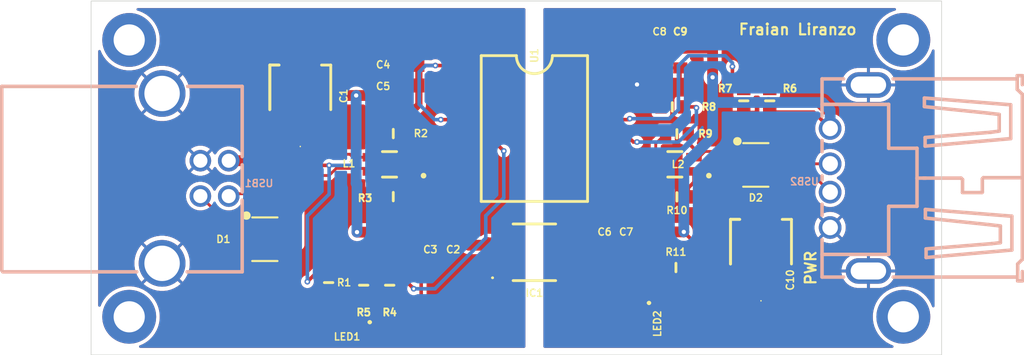
<source format=kicad_pcb>
(kicad_pcb (version 20241229) (generator "pcbnew") (generator_version "9.0")
  (layers (0 "F.Cu" signal) (2 "B.Cu" signal) (13 "F.Paste" user) (15 "B.Paste" user) (5 "F.SilkS" user "F.Silkscreen") (7 "B.SilkS" user "B.Silkscreen") (1 "F.Mask" user) (3 "B.Mask" user) (25 "Edge.Cuts" user))
  (net 0 "")
  (net 1 "GND")
  (net 2 "/D1+")
  (net 3 "/D1-")
  (net 4 "+5V")
  (net 5 "GND1")
  (net 6 "/D+")
  (net 7 "/D5+")
  (net 8 "Net-(U1-SPU)")
  (net 9 "Net-(U1-SPD)")
  (net 10 "VCC")
  (net 11 "/D-")
  (net 12 "/D4-")
  (net 13 "/D5-")
  (net 14 "/D4+")
  (net 15 "/D2+")
  (net 16 "/D2-")
  (net 17 "Net-(LED1-A)")
  (net 18 "Net-(U1-VDD2)")
  (net 19 "Net-(U1-PIN)")
  (net 20 "/D3-")
  (net 21 "/D3+")
  (net 22 "Net-(LED2-A)")
  (footprint "EasyEDA:SOT-23-6_L2.9-W1.6-P0.95-LS2.8-BL" (layer "F.Cu") (at 168.549 85.62425 -90)
    (property "Reference" "D2" (at 2.3195 -0.001 180) (layer "F.SilkS") (effects (font (size 0.508 0.508) (thickness 0.1016) (bold yes))))
    (property "Value" "USBLC6-2SC6")
    (pad "1" smd rect (at -0.95 1.15 270) (size 0.53 1.07) (layers "F.Cu" "F.Mask" "F.Paste") (net 12 "/D4-"))
    (pad "2" smd rect (at 0 1.15 270) (size 0.53 1.07) (layers "F.Cu" "F.Mask" "F.Paste") (net 5 "GND1"))
    (pad "3" smd rect (at 0.95 1.15 270) (size 0.53 1.07) (layers "F.Cu" "F.Mask" "F.Paste") (net 14 "/D4+"))
    (pad "4" smd rect (at 0.95 -1.15 270) (size 0.53 1.07) (layers "F.Cu" "F.Mask" "F.Paste") (net 7 "/D5+"))
    (pad "5" smd rect (at 0 -1.15 270) (size 0.53 1.07) (layers "F.Cu" "F.Mask" "F.Paste") (net 10 "VCC"))
    (pad "6" smd rect (at -0.95 -1.15 270) (size 0.53 1.07) (layers "F.Cu" "F.Mask" "F.Paste") (net 13 "/D5-"))
  )
  (footprint "Samacsys:RESC1608X55N" (layer "F.Cu") (at 162.9836 87.88155)
    (property "Reference" "R10" (at 0 0.9512 0) (layer "F.SilkS") (effects (font (size 0.508 0.508) (thickness 0.1016) (bold yes))))
    (property "Value" "1K" (hide yes))
    (pad "1" smd rect (at -0.8 0) (size 0.8 0.95) (layers "F.Cu" "F.Mask" "F.Paste") (net 21 "/D3+"))
    (pad "2" smd rect (at 0.8 0) (size 0.8 0.95) (layers "F.Cu" "F.Mask" "F.Paste") (net 14 "/D4+"))
  )
  (footprint "Samacsys:CAPC1608X90N" (layer "F.Cu") (at 163.2225 78.07225 -90)
    (property "Reference" "C9" (at -1.865 0 180) (layer "F.SilkS") (effects (font (size 0.508 0.508) (thickness 0.127) (bold yes))))
    (property "Value" ".1uF" (hide yes))
    (pad "1" smd rect (at -0.7 0 270) (size 0.78 0.99) (layers "F.Cu" "F.Mask" "F.Paste") (net 10 "VCC"))
    (pad "2" smd rect (at 0.7 0 270) (size 0.78 0.99) (layers "F.Cu" "F.Mask" "F.Paste") (net 5 "GND1"))
  )
  (footprint "" (layer "F.Cu") (at 124.346 96.35325)
    (property "Reference" "" (at 0 0 0) (layer "F.SilkS") (effects (font (size 1.27 1.27))))
    (property "Value" "")
    (pad "1" thru_hole circle (at 0 0) (size 3.8 3.8) (drill 2.2) (layers "*.Cu" "*.Mask"))
  )
  (footprint "Samacsys:CAPC1608X90N" (layer "F.Cu") (at 157.809 91.97925 -90)
    (property "Reference" "C6" (at -1.6225 -0.073 180) (layer "F.SilkS") (effects (font (size 0.508 0.508) (thickness 0.1016) (bold yes))))
    (property "Value" ".1uF" (hide yes))
    (pad "1" smd rect (at -0.7 0 270) (size 0.78 0.99) (layers "F.Cu" "F.Mask" "F.Paste") (net 10 "VCC"))
    (pad "2" smd rect (at 0.7 0 270) (size 0.78 0.99) (layers "F.Cu" "F.Mask" "F.Paste") (net 5 "GND1"))
  )
  (footprint "Samacsys:KSEELP4122P1R258A8J8020R18" (layer "F.Cu") (at 162.664 95.37225)
    (property "Reference" "LED2" (at -1.057 1.471 90) (layer "F.SilkS") (effects (font (size 0.508 0.508) (thickness 0.1016) (bold yes))))
    (property "Value" "RED" (hide yes))
    (pad "1" smd rect (at -0.75 0 90) (size 0.8 0.8) (layers "F.Cu" "F.Mask" "F.Paste") (net 5 "GND1"))
    (pad "2" smd rect (at 0.75 0 90) (size 0.8 0.8) (layers "F.Cu" "F.Mask" "F.Paste") (net 22 "Net-(LED2-A)"))
  )
  (footprint "Samacsys:CAPC1608X90N" (layer "F.Cu") (at 161.7625 78.07225 -90)
    (property "Reference" "C8" (at -1.865 0 180) (layer "F.SilkS") (effects (font (size 0.508 0.508) (thickness 0.1016) (bold yes))))
    (property "Value" ".1uF" (hide yes))
    (pad "1" smd rect (at -0.7 0 270) (size 0.78 0.99) (layers "F.Cu" "F.Mask" "F.Paste") (net 10 "VCC"))
    (pad "2" smd rect (at 0.7 0 270) (size 0.78 0.99) (layers "F.Cu" "F.Mask" "F.Paste") (net 5 "GND1"))
  )
  (footprint "Samacsys:RESC1608X55N" (layer "F.Cu") (at 162.9836 83.42655)
    (property "Reference" "R9" (at 2.0104 0 0) (layer "F.SilkS") (effects (font (size 0.508 0.508) (thickness 0.127) (bold yes))))
    (property "Value" "1K" (hide yes))
    (pad "1" smd rect (at -0.8 0) (size 0.8 0.95) (layers "F.Cu" "F.Mask" "F.Paste") (net 20 "/D3-"))
    (pad "2" smd rect (at 0.8 0) (size 0.8 0.95) (layers "F.Cu" "F.Mask" "F.Paste") (net 12 "/D4-"))
  )
  (footprint "Samacsys:RESC1608X55N" (layer "F.Cu") (at 138.414 93.93775 -90)
    (property "Reference" "R1" (at 0 -1.094 180) (layer "F.SilkS") (effects (font (size 0.508 0.508) (thickness 0.1016) (bold yes))))
    (property "Value" "1K" (hide yes))
    (pad "1" smd rect (at -0.8 0 270) (size 0.8 0.95) (layers "F.Cu" "F.Mask" "F.Paste") (net 4 "+5V"))
    (pad "2" smd rect (at 0.8 0 270) (size 0.8 0.95) (layers "F.Cu" "F.Mask" "F.Paste") (net 17 "Net-(LED1-A)"))
  )
  (footprint "Samacsys:CAPC1608X90N" (layer "F.Cu") (at 144.079 78.55425 180)
    (property "Reference" "C4" (at 1.818 0.0085 0) (layer "F.SilkS") (effects (font (size 0.508 0.508) (thickness 0.1016) (bold yes))))
    (property "Value" ".1uF" (hide yes))
    (pad "1" smd rect (at -0.7 0 180) (size 0.78 0.99) (layers "F.Cu" "F.Mask" "F.Paste") (net 4 "+5V"))
    (pad "2" smd rect (at 0.7 0 180) (size 0.78 0.99) (layers "F.Cu" "F.Mask" "F.Paste") (net 1 "GND"))
  )
  (footprint "Samacsys:CAPC1608X90N" (layer "F.Cu") (at 145.589 89.86225 90)
    (property "Reference" "C3" (at -1.7395 0 0) (layer "F.SilkS") (effects (font (size 0.508 0.508) (thickness 0.1016) (bold yes))))
    (property "Value" ".1uF" (hide yes))
    (pad "1" smd rect (at -0.7 0 90) (size 0.78 0.99) (layers "F.Cu" "F.Mask" "F.Paste") (net 4 "+5V"))
    (pad "2" smd rect (at 0.7 0 90) (size 0.78 0.99) (layers "F.Cu" "F.Mask" "F.Paste") (net 1 "GND"))
  )
  (footprint "Samacsys:CAPC1608X102N" (layer "F.Cu") (at 159.339 91.97925 -90)
    (property "Reference" "C7" (at -1.6225 -0.067 180) (layer "F.SilkS") (effects (font (size 0.508 0.508) (thickness 0.1016) (bold yes))))
    (property "Value" "10uF" (hide yes))
    (pad "1" smd rect (at -0.7 0 270) (size 0.82 1.02) (layers "F.Cu" "F.Mask" "F.Paste") (net 10 "VCC"))
    (pad "2" smd rect (at 0.7 0 270) (size 0.82 1.02) (layers "F.Cu" "F.Mask" "F.Paste") (net 5 "GND1"))
  )
  (footprint "Samacsys:EEE1AA220WR" (layer "F.Cu") (at 168.914 91.62225 90)
    (property "Reference" "C10" (at -2.133 2.061 90) (layer "F.SilkS") (effects (font (size 0.508 0.508) (thickness 0.1016) (bold yes))))
    (property "Value" "470uF/16v" (hide yes))
    (pad "1" smd rect (at -1.75 0 180) (size 1.6 2.5) (layers "F.Cu" "F.Mask" "F.Paste") (net 10 "VCC"))
    (pad "2" smd rect (at 1.75 0 180) (size 1.6 2.5) (layers "F.Cu" "F.Mask" "F.Paste") (net 5 "GND1"))
  )
  (footprint "Samacsys:EEE1AA220WR" (layer "F.Cu") (at 136.414 80.71925 90)
    (property "Reference" "C1" (at -0.034 3.0625 90) (layer "F.SilkS") (effects (font (size 0.508 0.508) (thickness 0.1016) (bold yes))))
    (property "Value" "470uF/16v" (hide yes))
    (pad "1" smd rect (at -1.75 0 180) (size 1.6 2.5) (layers "F.Cu" "F.Mask" "F.Paste") (net 4 "+5V"))
    (pad "2" smd rect (at 1.75 0 180) (size 1.6 2.5) (layers "F.Cu" "F.Mask" "F.Paste") (net 1 "GND"))
  )
  (footprint "Samacsys:RESC1608X55N" (layer "F.Cu") (at 142.7215 94.12225 -90)
    (property "Reference" "R4" (at 1.9215 0 0) (layer "F.SilkS") (effects (font (size 0.508 0.508) (thickness 0.127))))
    (property "Value" "0R" (hide yes))
    (pad "1" smd rect (at -0.8 0 270) (size 0.8 0.95) (layers "F.Cu" "F.Mask" "F.Paste") (net 8 "Net-(U1-SPU)"))
    (pad "2" smd rect (at 0.8 0 270) (size 0.8 0.95) (layers "F.Cu" "F.Mask" "F.Paste") (net 4 "+5V"))
  )
  (footprint "Samacsys:CAPC1608X102N" (layer "F.Cu") (at 147.234 89.87225 90)
    (property "Reference" "C2" (at -1.7295 -0.0315 0) (layer "F.SilkS") (effects (font (size 0.508 0.508) (thickness 0.1016) (bold yes))))
    (property "Value" "10uF" (hide yes))
    (pad "1" smd rect (at -0.7 0 90) (size 0.82 1.02) (layers "F.Cu" "F.Mask" "F.Paste") (net 4 "+5V"))
    (pad "2" smd rect (at 0.7 0 90) (size 0.82 1.02) (layers "F.Cu" "F.Mask" "F.Paste") (net 1 "GND"))
  )
  (footprint "Samacsys:RESC1608X55N" (layer "F.Cu") (at 142.974 87.86425)
    (property "Reference" "R3" (at -1.991 0.107 0) (layer "F.SilkS") (effects (font (size 0.508 0.508) (thickness 0.127) (bold yes))))
    (property "Value" "0R" (hide yes))
    (pad "1" smd rect (at -0.8 0) (size 0.8 0.95) (layers "F.Cu" "F.Mask" "F.Paste") (net 2 "/D1+"))
    (pad "2" smd rect (at 0.8 0) (size 0.8 0.95) (layers "F.Cu" "F.Mask" "F.Paste") (net 15 "/D2+"))
  )
  (footprint "Snapeda:WE-CNSW_1206_WE-CNSW_1206" (layer "F.Cu") (at 162.8386 85.58155 180)
    (property "Reference" "L2" (at -0.225 0 0) (layer "F.SilkS") (effects (font (size 0.508 0.508) (thickness 0.1016) (bold yes))))
    (property "Value" "WE-CNSW_1206")
    (pad "1" smd rect (at -1.35 -0.5 180) (size 1.1 0.6) (layers "F.Cu" "F.Mask" "F.Paste") (net 14 "/D4+"))
    (pad "2" smd rect (at 1.35 -0.5 180) (size 1.1 0.6) (layers "F.Cu" "F.Mask" "F.Paste") (net 21 "/D3+"))
    (pad "3" smd rect (at 1.35 0.5 180) (size 1.1 0.6) (layers "F.Cu" "F.Mask" "F.Paste") (net 20 "/D3-"))
    (pad "4" smd rect (at -1.35 0.5 180) (size 1.1 0.6) (layers "F.Cu" "F.Mask" "F.Paste") (net 12 "/D4-"))
  )
  (footprint "Samacsys:RESC1608X55N" (layer "F.Cu") (at 167.6965 81.09675 90)
    (property "Reference" "R7" (at 0.8725 -1.3135 180) (layer "F.SilkS") (effects (font (size 0.508 0.508) (thickness 0.127))))
    (property "Value" "0R" (hide yes))
    (pad "1" smd rect (at -0.8 0 90) (size 0.8 0.95) (layers "F.Cu" "F.Mask" "F.Paste") (net 5 "GND1"))
    (pad "2" smd rect (at 0.8 0 90) (size 0.8 0.95) (layers "F.Cu" "F.Mask" "F.Paste") (net 9 "Net-(U1-SPD)"))
  )
  (footprint "Samacsys:CAPC1608X90N" (layer "F.Cu") (at 144.079 80.01425 180)
    (property "Reference" "C5" (at 1.818 -0.0555 0) (layer "F.SilkS") (effects (font (size 0.508 0.508) (thickness 0.1016) (bold yes))))
    (property "Value" ".1uF" (hide yes))
    (pad "1" smd rect (at -0.7 0 180) (size 0.78 0.99) (layers "F.Cu" "F.Mask" "F.Paste") (net 4 "+5V"))
    (pad "2" smd rect (at 0.7 0 180) (size 0.78 0.99) (layers "F.Cu" "F.Mask" "F.Paste") (net 1 "GND"))
  )
  (footprint "Samacsys:RESC1608X55N" (layer "F.Cu") (at 142.974 83.40925)
    (property "Reference" "R2" (at 1.946 -0.01 0) (layer "F.SilkS") (effects (font (size 0.508 0.508) (thickness 0.1016) (bold yes))))
    (property "Value" "0R" (hide yes))
    (pad "1" smd rect (at -0.8 0) (size 0.8 0.95) (layers "F.Cu" "F.Mask" "F.Paste") (net 3 "/D1-"))
    (pad "2" smd rect (at 0.8 0) (size 0.8 0.95) (layers "F.Cu" "F.Mask" "F.Paste") (net 16 "/D2-"))
  )
  (footprint "Samacsys:RESC1608X55N" (layer "F.Cu") (at 169.5315 81.09675 -90)
    (property "Reference" "R6" (at -0.8725 -1.4235 0) (layer "F.SilkS") (effects (font (size 0.508 0.508) (thickness 0.127))))
    (property "Value" "0R" (hide yes))
    (pad "1" smd rect (at -0.8 0 270) (size 0.8 0.95) (layers "F.Cu" "F.Mask" "F.Paste") (net 9 "Net-(U1-SPD)"))
    (pad "2" smd rect (at 0.8 0 270) (size 0.8 0.95) (layers "F.Cu" "F.Mask" "F.Paste") (net 10 "VCC"))
  )
  (footprint "Samacsys:RESC1608X55N" (layer "F.Cu") (at 162.914 92.87225)
    (property "Reference" "R11" (at 0 -1.094 0) (layer "F.SilkS") (effects (font (size 0.508 0.508) (thickness 0.1016) (bold yes))))
    (property "Value" "1K" (hide yes))
    (pad "1" smd rect (at -0.8 0) (size 0.8 0.95) (layers "F.Cu" "F.Mask" "F.Paste") (net 10 "VCC"))
    (pad "2" smd rect (at 0.8 0) (size 0.8 0.95) (layers "F.Cu" "F.Mask" "F.Paste") (net 22 "Net-(LED2-A)"))
  )
  (footprint "EasyEDA:WSOIC-16_L10.3-W7.5-P1.27-LS10.3-BL" (layer "F.Cu") (at 152.929 83.05425 -90)
    (property "Reference" "U1" (at -5.15 0 90) (layer "F.SilkS") (effects (font (size 0.508 0.508) (thickness 0.1016) (bold yes))))
    (property "Value" "ADUM3160BRWZ")
    (pad "1" smd rect (at -4.45 5 270) (size 0.65 2.2) (layers "F.Cu" "F.Mask" "F.Paste") (net 4 "+5V"))
    (pad "2" smd rect (at -3.18 5 270) (size 0.65 2.2) (layers "F.Cu" "F.Mask" "F.Paste") (net 1 "GND"))
    (pad "3" smd rect (at -1.91 5 270) (size 0.65 2.2) (layers "F.Cu" "F.Mask" "F.Paste") (net 4 "+5V"))
    (pad "4" smd rect (at -0.63 5 270) (size 0.65 2.2) (layers "F.Cu" "F.Mask" "F.Paste") (net 4 "+5V"))
    (pad "5" smd rect (at 0.63 5 270) (size 0.65 2.2) (layers "F.Cu" "F.Mask" "F.Paste") (net 8 "Net-(U1-SPU)"))
    (pad "6" smd rect (at 1.9 5 270) (size 0.65 2.2) (layers "F.Cu" "F.Mask" "F.Paste") (net 16 "/D2-"))
    (pad "7" smd rect (at 3.17 5 270) (size 0.65 2.2) (layers "F.Cu" "F.Mask" "F.Paste") (net 15 "/D2+"))
    (pad "8" smd rect (at 4.44 5 270) (size 0.65 2.2) (layers "F.Cu" "F.Mask" "F.Paste") (net 1 "GND"))
    (pad "9" smd rect (at 4.44 -5 270) (size 0.65 2.2) (layers "F.Cu" "F.Mask" "F.Paste") (net 5 "GND1"))
    (pad "10" smd rect (at 3.17 -5 270) (size 0.65 2.2) (layers "F.Cu" "F.Mask" "F.Paste") (net 21 "/D3+"))
    (pad "11" smd rect (at 1.9 -5 270) (size 0.65 2.2) (layers "F.Cu" "F.Mask" "F.Paste") (net 20 "/D3-"))
    (pad "12" smd rect (at 0.63 -5 270) (size 0.65 2.2) (layers "F.Cu" "F.Mask" "F.Paste") (net 19 "Net-(U1-PIN)"))
    (pad "13" smd rect (at -0.63 -5 270) (size 0.65 2.2) (layers "F.Cu" "F.Mask" "F.Paste") (net 9 "Net-(U1-SPD)"))
    (pad "14" smd rect (at -1.91 -5 270) (size 0.65 2.2) (layers "F.Cu" "F.Mask" "F.Paste") (net 18 "Net-(U1-VDD2)"))
    (pad "15" smd rect (at -3.18 -5 270) (size 0.65 2.2) (layers "F.Cu" "F.Mask" "F.Paste") (net 5 "GND1"))
    (pad "16" smd rect (at -4.45 -5 270) (size 0.65 2.2) (layers "F.Cu" "F.Mask" "F.Paste") (net 10 "VCC"))
  )
  (footprint "" (layer "F.Cu") (at 178.956 76.79525)
    (property "Reference" "" (at 0 0 0) (layer "F.SilkS") (effects (font (size 1.27 1.27))))
    (property "Value" "")
    (pad "1" thru_hole circle (at 0 0) (size 3.8 3.8) (drill 2.2) (layers "*.Cu" "*.Mask"))
  )
  (footprint "Samacsys:KSEELP4122P1R258A8J8020R18" (layer "F.Cu") (at 139.664 96.73775 180)
    (property "Reference" "LED1" (at -0.051 -1.0235 0) (layer "F.SilkS") (effects (font (size 0.508 0.508) (thickness 0.1016) (bold yes))))
    (property "Value" "RED" (hide yes))
    (pad "1" smd rect (at -0.75 0 270) (size 0.8 0.8) (layers "F.Cu" "F.Mask" "F.Paste") (net 1 "GND"))
    (pad "2" smd rect (at 0.75 0 270) (size 0.8 0.8) (layers "F.Cu" "F.Mask" "F.Paste") (net 17 "Net-(LED1-A)"))
  )
  (footprint "EasyEDA:SOT-23-6_L2.9-W1.6-P0.95-LS2.8-BL" (layer "F.Cu") (at 133.914 90.87225 -90)
    (property "Reference" "D1" (at 0.001 2.924801 180) (layer "F.SilkS") (effects (font (size 0.508 0.508) (thickness 0.1016) (bold yes))))
    (property "Value" "USBLC6-2SC6")
    (pad "1" smd rect (at -0.95 1.15 270) (size 0.53 1.07) (layers "F.Cu" "F.Mask" "F.Paste") (net 11 "/D-"))
    (pad "2" smd rect (at 0 1.15 270) (size 0.53 1.07) (layers "F.Cu" "F.Mask" "F.Paste") (net 1 "GND"))
    (pad "3" smd rect (at 0.95 1.15 270) (size 0.53 1.07) (layers "F.Cu" "F.Mask" "F.Paste") (net 6 "/D+"))
    (pad "4" smd rect (at 0.95 -1.15 270) (size 0.53 1.07) (layers "F.Cu" "F.Mask" "F.Paste") (net 2 "/D1+"))
    (pad "5" smd rect (at 0 -1.15 270) (size 0.53 1.07) (layers "F.Cu" "F.Mask" "F.Paste") (net 4 "+5V"))
    (pad "6" smd rect (at -0.95 -1.15 270) (size 0.53 1.07) (layers "F.Cu" "F.Mask" "F.Paste") (net 3 "/D1-"))
  )
  (footprint "Samacsys:MIE1W0505BGLVH3RP" (layer "F.Cu") (at 152.929 91.79625 90)
    (property "Reference" "IC1" (at -2.8785 0 180) (layer "F.SilkS") (effects (font (size 0.508 0.508) (thickness 0.1016) (bold yes))))
    (property "Value" "MIE1W0505BGLVH-3R-P" (hide yes))
    (pad "1" smd rect (at -1.775 -2.112 90) (size 0.575 0.725) (layers "F.Cu" "F.Mask" "F.Paste") (net 1 "GND"))
    (pad "2" smd rect (at -1.775 2.112 90) (size 0.575 0.725) (layers "F.Cu" "F.Mask" "F.Paste") (net 5 "GND1"))
    (pad "3" smd rect (at -1.038 2.112 90) (size 0.3 0.725) (layers "F.Cu" "F.Mask" "F.Paste") (net 5 "GND1"))
    (pad "4" smd rect (at -0.3 2.112 90) (size 0.3 0.725) (layers "F.Cu" "F.Mask" "F.Paste") (net 5 "GND1"))
    (pad "5" smd rect (at 0.3 2.112 90) (size 0.3 0.725) (layers "F.Cu" "F.Mask" "F.Paste") (net 10 "VCC"))
    (pad "6" smd rect (at 1.038 2.112 90) (size 0.3 0.725) (layers "F.Cu" "F.Mask" "F.Paste") (net 10 "VCC"))
    (pad "7" smd rect (at 1.775 2.112 90) (size 0.575 0.725) (layers "F.Cu" "F.Mask" "F.Paste") (net 10 "VCC"))
    (pad "8" smd rect (at 1.775 -2.112 90) (size 0.575 0.725) (layers "F.Cu" "F.Mask" "F.Paste") (net 4 "+5V"))
    (pad "9" smd rect (at 1.038 -2.112 90) (size 0.3 0.725) (layers "F.Cu" "F.Mask" "F.Paste") (net 4 "+5V"))
    (pad "10" smd rect (at 0.3 -2.112 90) (size 0.3 0.725) (layers "F.Cu" "F.Mask" "F.Paste") (net 4 "+5V"))
    (pad "11" smd rect (at -0.299 -2.112 90) (size 0.3 0.725) (layers "F.Cu" "F.Mask" "F.Paste") (net 1 "GND"))
    (pad "12" smd rect (at -1.038 -2.112 90) (size 0.3 0.725) (layers "F.Cu" "F.Mask" "F.Paste") (net 1 "GND"))
    (pad "13" smd rect (at -0.668 -2.025 90) (size 0.438 0.55) (layers "F.Cu" "F.Mask" "F.Paste") (net 1 "GND") (thermal_bridge_width 0.381))
    (pad "14" smd rect (at 0.669 -2.025 90) (size 0.438 0.55) (layers "F.Cu" "F.Mask" "F.Paste") (net 4 "+5V"))
    (pad "15" smd rect (at 0.669 2.025 90) (size 0.438 0.55) (layers "F.Cu" "F.Mask" "F.Paste") (net 10 "VCC"))
    (pad "16" smd rect (at -0.669 2.025 90) (size 0.438 0.55) (layers "F.Cu" "F.Mask" "F.Paste") (net 5 "GND1") (thermal_bridge_width 0.381))
  )
  (footprint "" (layer "F.Cu") (at 124.346 76.79525)
    (property "Reference" "" (at 0 0 0) (layer "F.SilkS") (effects (font (size 1.27 1.27))))
    (property "Value" "")
    (pad "1" thru_hole circle (at 0 0) (size 3.8 3.8) (drill 2.2) (layers "*.Cu" "*.Mask"))
  )
  (footprint "Samacsys:RESC1608X55N" (layer "F.Cu") (at 162.659 81.52425 180)
    (property "Reference" "R8" (at -2.581 0 0) (layer "F.SilkS") (effects (font (size 0.508 0.508) (thickness 0.127) (bold yes))))
    (property "Value" "1K" (hide yes))
    (pad "1" smd rect (at -0.8 0 180) (size 0.8 0.95) (layers "F.Cu" "F.Mask" "F.Paste") (net 19 "Net-(U1-PIN)"))
    (pad "2" smd rect (at 0.8 0 180) (size 0.8 0.95) (layers "F.Cu" "F.Mask" "F.Paste") (net 18 "Net-(U1-VDD2)"))
  )
  (footprint "Samacsys:RESC1608X55N" (layer "F.Cu") (at 140.8865 94.12225 90)
    (property "Reference" "R5" (at -1.9215 0 180) (layer "F.SilkS") (effects (font (size 0.508 0.508) (thickness 0.127))))
    (property "Value" "0R" (hide yes))
    (pad "1" smd rect (at -0.8 0 90) (size 0.8 0.95) (layers "F.Cu" "F.Mask" "F.Paste") (net 1 "GND"))
    (pad "2" smd rect (at 0.8 0 90) (size 0.8 0.95) (layers "F.Cu" "F.Mask" "F.Paste") (net 8 "Net-(U1-SPU)"))
  )
  (footprint "" (layer "F.Cu") (at 178.956 96.35325)
    (property "Reference" "" (at 0 0 0) (layer "F.SilkS") (effects (font (size 1.27 1.27))))
    (property "Value" "")
    (pad "1" thru_hole circle (at 0 0) (size 3.8 3.8) (drill 2.2) (layers "*.Cu" "*.Mask"))
  )
  (footprint "Snapeda:WE-CNSW_1206_WE-CNSW_1206" (layer "F.Cu") (at 142.709 85.58425 180)
    (property "Reference" "L1" (at 2.861 0.0535 0) (layer "F.SilkS") (effects (font (size 0.508 0.508) (thickness 0.1016) (bold yes))))
    (property "Value" "WE-CNSW_1206")
    (pad "1" smd rect (at -1.35 -0.5 180) (size 1.1 0.6) (layers "F.Cu" "F.Mask" "F.Paste") (net 15 "/D2+"))
    (pad "2" smd rect (at 1.35 -0.5 180) (size 1.1 0.6) (layers "F.Cu" "F.Mask" "F.Paste") (net 2 "/D1+"))
    (pad "3" smd rect (at 1.35 0.5 180) (size 1.1 0.6) (layers "F.Cu" "F.Mask" "F.Paste") (net 3 "/D1-"))
    (pad "4" smd rect (at -1.35 0.5 180) (size 1.1 0.6) (layers "F.Cu" "F.Mask" "F.Paste") (net 16 "/D2-"))
  )
  (footprint "EasyEDA:USB-B-TH_USB-B01" (layer "B.Cu") (at 129.015801 86.57675 -90)
    (property "Reference" "USB1" (at 0.351 -4.482199 0) (layer "B.SilkS") (effects (font (size 0.508 0.508) (thickness 0.1016) (bold yes)) (justify mirror)))
    (property "Value" "USB-B01")
    (pad "1" thru_hole circle (at -1.25 -2.35 270) (size 1.52 1.52) (drill 0.999998) (layers "*.Cu" "*.Mask") (net 4 "+5V"))
    (pad "2" thru_hole circle (at 1.25 -2.35 270) (size 1.52 1.52) (drill 0.999998) (layers "*.Cu" "*.Mask") (net 11 "/D-"))
    (pad "3" thru_hole circle (at 1.25 -0.35 270) (size 1.52 1.52) (drill 0.999998) (layers "*.Cu" "*.Mask") (net 6 "/D+"))
    (pad "4" thru_hole circle (at -1.25 -0.35 270) (size 1.52 1.52) (drill 0.999998) (layers "*.Cu" "*.Mask") (net 1 "GND"))
    (pad "5" thru_hole circle (at -6 2.35 270) (size 3.3 3.3) (drill 2.50002) (layers "*.Cu" "*.Mask") (net 1 "GND"))
    (pad "6" thru_hole circle (at 6 2.35 270) (size 3.3 3.3) (drill 2.50002) (layers "*.Cu" "*.Mask") (net 1 "GND"))
  )
  (footprint "EasyEDA:USB-A-TH_USB-302-T" (layer "B.Cu") (at 175.1415 86.54675 -90)
    (property "Reference" "USB2" (at 0.254 3.1625 180) (layer "B.SilkS") (effects (font (size 0.508 0.508) (thickness 0.1016) (bold yes)) (justify mirror)))
    (property "Value" "U-USBAR04P-F001")
    (pad "1" thru_hole circle (at -3.5 1.35 270) (size 1.6 1.6) (drill 1.100023) (layers "*.Cu" "*.Mask") (net 10 "VCC"))
    (pad "2" thru_hole circle (at -1 1.35 270) (size 1.6 1.6) (drill 1.100023) (layers "*.Cu" "*.Mask") (net 13 "/D5-"))
    (pad "3" thru_hole circle (at 1 1.35 270) (size 1.6 1.6) (drill 1.100023) (layers "*.Cu" "*.Mask") (net 7 "/D5+"))
    (pad "4" thru_hole circle (at 3.5 1.35 270) (size 1.6 1.6) (drill 1.100023) (layers "*.Cu" "*.Mask") (net 5 "GND1"))
    (pad "5" thru_hole oval (at -6.57 -1.35 180) (size 3.2 1.8) (drill oval 2.499868 1.199896) (layers "*.Cu" "*.Mask") (net 5 "GND1"))
    (pad "6" thru_hole oval (at 6.57 -1.35) (size 3.2 1.8) (drill oval 2.499868 1.199896) (layers "*.Cu" "*.Mask") (net 5 "GND1"))
  )
  (gr_rect (start 121.659 74.04675) (end 181.659 99.04675) (stroke (width 0.05)) (fill no) (layer "Edge.Cuts"))
  (gr_text "Fraian Liranzo" (at 171.5 76.5 0) (layer "F.SilkS") (effects (font (size 0.762 0.762) (thickness 0.1524) (bold yes)) (justify bottom)))
  (gr_text "PWR" (at 172.868 92.89675 90) (layer "F.SilkS") (effects (font (size 0.762 0.762) (thickness 0.1524) (bold yes)) (justify bottom)))
  (segment (start 138.952 85.87225) (end 141.147 85.87225) (width 0.2) (layer "F.Cu") (net 2))
  (segment (start 136.355 87.43125) (end 137.414 86.37225) (width 0.2) (layer "F.Cu") (net 2))
  (segment (start 136.355 90.975534) (end 136.355 90.975533) (width 0.2) (layer "F.Cu") (net 2))
  (segment (start 136.355 90.975533) (end 136.355 90.87225) (width 0.2) (layer "F.Cu") (net 2))
  (segment (start 138.445021 86.37225) (end 138.952 85.865271) (width 0.2) (layer "F.Cu") (net 2))
  (segment (start 135.799 91.82225) (end 135.064 91.82225) (width 0.2) (layer "F.Cu") (net 2))
  (segment (start 141.359 87.04925) (end 142.174 87.86425) (width 0.2) (layer "F.Cu") (net 2))
  (segment (start 138.952 85.865271) (end 138.952 85.87225) (width 0.2) (layer "F.Cu") (net 2))
  (segment (start 136.355 90.87225) (end 136.355 91.26625) (width 0.2) (layer "F.Cu") (net 2))
  (segment (start 136.355 91.26625) (end 135.799 91.82225) (width 0.2) (layer "F.Cu") (net 2))
  (segment (start 141.147 85.87225) (end 141.359 86.08425) (width 0.2) (layer "F.Cu") (net 2))
  (segment (start 136.355 90.87225) (end 136.355 87.43125) (width 0.2) (layer "F.Cu") (net 2))
  (segment (start 137.414 86.37225) (end 138.445021 86.37225) (width 0.2) (layer "F.Cu") (net 2))
  (segment (start 141.359 86.08425) (end 141.359 87.04925) (width 0.2) (layer "F.Cu") (net 2))
  (segment (start 135.064 86.22225) (end 136.414 84.87225) (width 0.2) (layer "F.Cu") (net 3))
  (segment (start 139.914 84.87225) (end 140.126 85.08425) (width 0.2) (layer "F.Cu") (net 3))
  (segment (start 141.359 84.22425) (end 142.174 83.40925) (width 0.2) (layer "F.Cu") (net 3))
  (segment (start 141.359 85.08425) (end 141.359 84.22425) (width 0.2) (layer "F.Cu") (net 3))
  (segment (start 136.414 84.87225) (end 139.914 84.87225) (width 0.2) (layer "F.Cu") (net 3))
  (segment (start 140.126 85.08425) (end 141.359 85.08425) (width 0.2) (layer "F.Cu") (net 3))
  (segment (start 135.064 89.92225) (end 135.064 86.22225) (width 0.2) (layer "F.Cu") (net 3))
  (segment (start 146.325 82.42425) (end 147.929 82.42425) (width 0.254) (layer "F.Cu") (net 4))
  (segment (start 141.0055 80.71925) (end 141.88 81.59375) (width 0.508) (layer "F.Cu") (net 4))
  (segment (start 147.929 81.14425) (end 147.929 82.42425) (width 0.254) (layer "F.Cu") (net 4))
  (segment (start 143.914 95.87225) (end 142.964 94.92225) (width 0.254) (layer "F.Cu") (net 4))
  (segment (start 145.944 78.60425) (end 144.829 78.60425) (width 0.254) (layer "F.Cu") (net 4))
  (segment (start 141.88 81.59375) (end 144.547 81.59375) (width 0.508) (layer "F.Cu") (net 4))
  (segment (start 141.914 90.37225) (end 144.942 93.40025) (width 0.254) (layer "F.Cu") (net 4))
  (segment (start 135.914 86.37225) (end 135.914 87.87225) (width 0.254) (layer "F.Cu") (net 4))
  (segment (start 145.0065 90.56225) (end 147.577 90.56225) (width 0.762) (layer "F.Cu") (net 4))
  (segment (start 144.779 78.55425) (end 144.779 80.01425) (width 0.508) (layer "F.Cu") (net 4))
  (segment (start 138.389 82.54475) (end 138.389 80.71925) (width 0.762) (layer "F.Cu") (net 4))
  (segment (start 144.942 94.84425) (end 143.914 95.87225) (width 0.254) (layer "F.Cu") (net 4))
  (segment (start 140.414 90.37225) (end 144.8165 90.37225) (width 0.762) (layer "F.Cu") (net 4))
  (segment (start 131.365801 85.32675) (end 133.9595 85.32675) (width 0.762) (layer "F.Cu") (net 4))
  (segment (start 142.964 94.92225) (end 142.7215 94.92225) (width 0.254) (layer "F.Cu") (net 4))
  (segment (start 135.914 87.87225) (end 135.927 87.88525) (width 0.254) (layer "F.Cu") (net 4))
  (segment (start 137.6485 93.13775) (end 136.914 93.87225) (width 0.254) (layer "F.Cu") (net 4))
  (segment (start 138.389 80.71925) (end 140.356 80.71925) (width 0.762) (layer "F.Cu") (net 4))
  (segment (start 149.627 91.11875) (end 149.6355 91.12725) (width 0.762) (layer "F.Cu") (net 4))
  (segment (start 144.779 81.36175) (end 144.779 80.01425) (width 0.508) (layer "F.Cu") (net 4))
  (segment (start 149.449 91.29675) (end 149.627 91.11875) (width 0.762) (layer "F.Cu") (net 4))
  (segment (start 144.942 93.40025) (end 144.942 94.84425) (width 0.254) (layer "F.Cu") (net 4))
  (segment (start 136.6295 85.65675) (end 135.914 86.37225) (width 0.254) (layer "F.Cu") (net 4))
  (segment (start 138.451 85.65775) (end 138.45 85.65675) (width 0.254) (layer "F.Cu") (net 4))
  (segment (start 148.3115 91.29675) (end 149.449 91.29675) (width 0.762) (layer "F.Cu") (net 4))
  (segment (start 135.927 90.79825) (end 135.853 90.87225) (width 0.254) (layer "F.Cu") (net 4))
  (segment (start 133.9595 85.32675) (end 136.1685 83.11775) (width 0.762) (layer "F.Cu") (net 4))
  (segment (start 144.547 81.59375) (end 144.779 81.36175) (width 0.508) (layer "F.Cu") (net 4))
  (segment (start 144.8165 90.37225) (end 145.0065 90.56225) (width 0.762) (layer "F.Cu") (net 4))
  (segment (start 135.927 87.88525) (end 135.927 90.79825) (width 0.254) (layer "F.Cu") (net 4))
  (segment (start 135.853 90.87225) (end 135.064 90.87225) (width 0.254) (layer "F.Cu") (net 4))
  (segment (start 147.577 90.56225) (end 148.3015 91.28675) (width 0.762) (layer "F.Cu") (net 4))
  (segment (start 136.1685 83.11775) (end 137.816 83.11775) (width 0.762) (layer "F.Cu") (net 4))
  (segment (start 137.816 83.11775) (end 138.389 82.54475) (width 0.762) (layer "F.Cu") (net 4))
  (segment (start 149.6355 91.12725) (end 150.904 91.12725) (width 0.762) (layer "F.Cu") (net 4))
  (segment (start 138.414 93.13775) (end 137.6485 93.13775) (width 0.254) (layer "F.Cu") (net 4))
  (segment (start 140.356 80.71925) (end 141.0055 80.71925) (width 0.762) (layer "F.Cu") (net 4))
  (segment (start 147.929 78.60425) (end 145.944 78.60425) (width 0.254) (layer "F.Cu") (net 4))
  (segment (start 138.45 85.65675) (end 136.6295 85.65675) (width 0.254) (layer "F.Cu") (net 4))
  (segment (start 150.817 90.02125) (end 150.817 90.75825) (width 0.254) (layer "F.Cu") (net 4))
  (segment (start 140.414 90.37225) (end 141.914 90.37225) (width 0.254) (layer "F.Cu") (net 4))
  (via micro (at 136.914 93.87225) (size 0.4) (drill 0.2) (layers "F.Cu" "B.Cu") (net 4))
  (via (at 140.414 90.37225) (size 0.6) (drill 0.3) (layers "F.Cu" "B.Cu") (net 4))
  (via (at 140.356 80.71925) (size 0.6) (drill 0.3) (layers "F.Cu" "B.Cu") (net 4))
  (via micro (at 145.944 78.60425) (size 0.4) (drill 0.2) (layers "F.Cu" "B.Cu") (net 4))
  (via micro (at 138.451 85.65775) (size 0.4) (drill 0.2) (layers "F.Cu" "B.Cu") (net 4))
  (via micro (at 146.325 82.42425) (size 0.4) (drill 0.2) (layers "F.Cu" "B.Cu") (net 4))
  (segment (start 138.451 85.65775) (end 140.356 85.65775) (width 0.254) (layer "B.Cu") (net 4))
  (segment (start 140.414 86.98575) (end 140.356 86.92775) (width 0.762) (layer "B.Cu") (net 4))
  (segment (start 145.2505 78.60425) (end 145.944 78.60425) (width 0.254) (layer "B.Cu") (net 4))
  (segment (start 144.801 79.05375) (end 145.2505 78.60425) (width 0.254) (layer "B.Cu") (net 4))
  (segment (start 146.325 82.42425) (end 145.8855 82.42425) (width 0.254) (layer "B.Cu") (net 4))
  (segment (start 136.914 89.22675) (end 138.451 87.68975) (width 0.254) (layer "B.Cu") (net 4))
  (segment (start 144.801 81.33975) (end 144.801 79.05375) (width 0.254) (layer "B.Cu") (net 4))
  (segment (start 136.914 93.87225) (end 136.914 89.22675) (width 0.254) (layer "B.Cu") (net 4))
  (segment (start 140.356 85.65775) (end 140.356 80.71925) (width 0.762) (layer "B.Cu") (net 4))
  (segment (start 140.414 90.37225) (end 140.414 86.98575) (width 0.762) (layer "B.Cu") (net 4))
  (segment (start 140.356 86.92775) (end 140.356 85.65775) (width 0.762) (layer "B.Cu") (net 4))
  (segment (start 145.8855 82.42425) (end 144.801 81.33975) (width 0.254) (layer "B.Cu") (net 4))
  (segment (start 138.451 87.68975) (end 138.451 85.65775) (width 0.254) (layer "B.Cu") (net 4))
  (via (at 160.168 79.94275) (size 0.6) (drill 0.3) (layers "F.Cu" "B.Cu") (net 5))
  (segment (start 130.914 89.37384) (end 130.914 90.70725) (width 0.2) (layer "F.Cu") (net 6))
  (segment (start 130.914 90.70725) (end 132.029 91.82225) (width 0.2) (layer "F.Cu") (net 6))
  (segment (start 132.029 91.82225) (end 132.764 91.82225) (width 0.2) (layer "F.Cu") (net 6))
  (segment (start 129.81691 88.27675) (end 130.914 89.37384) (width 0.2) (layer "F.Cu") (net 6))
  (segment (start 129.815801 88.27675) (end 129.81691 88.27675) (width 0.2) (layer "F.Cu") (net 6))
  (segment (start 172.094 85.84925) (end 173.7915 87.54675) (width 0.2) (layer "F.Cu") (net 7))
  (segment (start 169.699 86.57425) (end 170.501501 86.57425) (width 0.2) (layer "F.Cu") (net 7))
  (segment (start 170.501501 86.57425) (end 171.226501 85.84925) (width 0.2) (layer "F.Cu") (net 7))
  (segment (start 171.226501 85.84925) (end 172.094 85.84925) (width 0.2) (layer "F.Cu") (net 7))
  (segment (start 143.364 93.32225) (end 144.414 94.37225) (width 0.254) (layer "F.Cu") (net 8))
  (segment (start 142.7215 93.32225) (end 143.364 93.32225) (width 0.254) (layer "F.Cu") (net 8))
  (segment (start 149.8125 83.68425) (end 147.929 83.68425) (width 0.254) (layer "F.Cu") (net 8))
  (segment (start 140.8865 93.37225) (end 142.7215 93.37225) (width 0.254) (layer "F.Cu") (net 8))
  (segment (start 150.77 84.64175) (end 149.8125 83.68425) (width 0.254) (layer "F.Cu") (net 8))
  (via micro (at 144.414 94.37225) (size 0.4) (drill 0.2) (layers "F.Cu" "B.Cu") (net 8))
  (via micro (at 150.77 84.64175) (size 0.4) (drill 0.2) (layers "F.Cu" "B.Cu") (net 8))
  (segment (start 149.5 89.21375) (end 150.77 87.94375) (width 0.254) (layer "B.Cu") (net 8))
  (segment (start 144.414 94.37225) (end 145.914 94.37225) (width 0.254) (layer "B.Cu") (net 8))
  (segment (start 145.914 94.37225) (end 149.5 90.78625) (width 0.254) (layer "B.Cu") (net 8))
  (segment (start 150.77 87.94375) (end 150.77 84.64175) (width 0.254) (layer "B.Cu") (net 8))
  (segment (start 149.5 90.78625) (end 149.5 89.21375) (width 0.254) (layer "B.Cu") (net 8))
  (segment (start 167.6965 80.34675) (end 169.5315 80.34675) (width 0.254) (layer "F.Cu") (net 9))
  (segment (start 159.5915 82.42425) (end 159.66 82.35575) (width 0.254) (layer "F.Cu") (net 9))
  (segment (start 157.929 82.42425) (end 159.5915 82.42425) (width 0.254) (layer "F.Cu") (net 9))
  (segment (start 166.899 79.54925) (end 167.6965 80.34675) (width 0.254) (layer "F.Cu") (net 9))
  (segment (start 166.899 78.67275) (end 166.899 79.54925) (width 0.254) (layer "F.Cu") (net 9))
  (via micro (at 166.899 78.67275) (size 0.4) (drill 0.2) (layers "F.Cu" "B.Cu") (net 9))
  (via micro (at 159.66 82.35575) (size 0.4) (drill 0.2) (layers "F.Cu" "B.Cu") (net 9))
  (segment (start 162.454 82.35575) (end 163.089 81.72075) (width 0.254) (layer "B.Cu") (net 9))
  (segment (start 163.7875 77.91075) (end 166.391 77.91075) (width 0.254) (layer "B.Cu") (net 9))
  (segment (start 163.089 81.72075) (end 163.089 78.60925) (width 0.254) (layer "B.Cu") (net 9))
  (segment (start 166.899 78.41875) (end 166.899 78.67275) (width 0.254) (layer "B.Cu") (net 9))
  (segment (start 163.089 78.60925) (end 163.7875 77.91075) (width 0.254) (layer "B.Cu") (net 9))
  (segment (start 166.391 77.91075) (end 166.899 78.41875) (width 0.254) (layer "B.Cu") (net 9))
  (segment (start 159.66 82.35575) (end 162.454 82.35575) (width 0.254) (layer "B.Cu") (net 9))
  (segment (start 169.5315 82.51725) (end 169.5315 81.84675) (width 0.254) (layer "F.Cu") (net 10))
  (segment (start 162.114 92.17575) (end 161.2175 91.27925) (width 0.254) (layer "F.Cu") (net 10))
  (segment (start 157.929 78.60425) (end 159.182 78.60425) (width 0.254) (layer "F.Cu") (net 10))
  (segment (start 162.114 92.87225) (end 162.114 92.17575) (width 0.254) (layer "F.Cu") (net 10))
  (segment (start 162.14 90.35675) (end 161.2175 91.27925) (width 0.762) (layer "F.Cu") (net 10))
  (segment (start 169.166 85.62425) (end 168.414 84.87225) (width 0.254) (layer "F.Cu") (net 10))
  (segment (start 157.809 91.27925) (end 159.339 91.27925) (width 0.762) (layer "F.Cu") (net 10))
  (segment (start 165.502 77.37225) (end 165.502 79.43475) (width 0.762) (layer "F.Cu") (net 10))
  (segment (start 160.914 77.37225) (end 165.502 77.37225) (width 0.762) (layer "F.Cu") (net 10))
  (segment (start 159.682 78.60425) (end 160.914 77.37225) (width 0.762) (layer "F.Cu") (net 10))
  (segment (start 156.3915 91.27925) (end 157.809 91.27925) (width 0.762) (layer "F.Cu") (net 10))
  (segment (start 166.4855 93.37225) (end 163.47 90.35675) (width 0.254) (layer "F.Cu") (net 10))
  (segment (start 168.414 83.63475) (end 169.5315 82.51725) (width 0.254) (layer "F.Cu") (net 10))
  (segment (start 168.914 93.37225) (end 166.4855 93.37225) (width 0.254) (layer "F.Cu") (net 10))
  (segment (start 163.464 90.36275) (end 163.47 90.35675) (width 0.762) (layer "F.Cu") (net 10))
  (segment (start 154.954 91.12725) (end 156.2225 91.12725) (width 0.762) (layer "F.Cu") (net 10))
  (segment (start 155.041 90.02125) (end 155.041 90.75825) (width 0.254) (layer "F.Cu") (net 10))
  (segment (start 157.929 78.60425) (end 159.682 78.60425) (width 0.762) (layer "F.Cu") (net 10))
  (segment (start 163.47 90.35675) (end 162.14 90.35675) (width 0.762) (layer "F.Cu") (net 10))
  (segment (start 168.414 84.87225) (end 168.414 83.63475) (width 0.254) (layer "F.Cu") (net 10))
  (segment (start 156.2225 91.12725) (end 156.231 91.11875) (width 0.762) (layer "F.Cu") (net 10))
  (segment (start 169.5315 81.89675) (end 172.6415 81.89675) (width 0.254) (layer "F.Cu") (net 10))
  (segment (start 172.6415 81.89675) (end 173.7915 83.04675) (width 0.254) (layer "F.Cu") (net 10))
  (segment (start 161.2175 91.27925) (end 159.339 91.27925) (width 0.762) (layer "F.Cu") (net 10))
  (segment (start 156.231 91.11875) (end 156.3915 91.27925) (width 0.762) (layer "F.Cu") (net 10))
  (segment (start 169.699 85.62425) (end 169.166 85.62425) (width 0.254) (layer "F.Cu") (net 10))
  (via (at 163.47 90.35675) (size 0.6) (drill 0.3) (layers "F.Cu" "B.Cu") (net 10))
  (via (at 165.502 79.43475) (size 0.6) (drill 0.3) (layers "F.Cu" "B.Cu") (net 10))
  (segment (start 163.47 85.65775) (end 165.502 83.62575) (width 0.762) (layer "B.Cu") (net 10))
  (segment (start 173.249 81.21275) (end 169.439 81.21275) (width 0.762) (layer "B.Cu") (net 10))
  (segment (start 173.7915 83.04675) (end 173.7915 81.75525) (width 0.762) (layer "B.Cu") (net 10))
  (segment (start 165.502 81.21275) (end 165.502 79.43475) (width 0.762) (layer "B.Cu") (net 10))
  (segment (start 169.439 81.21275) (end 165.502 81.21275) (width 0.762) (layer "B.Cu") (net 10))
  (segment (start 163.47 90.35675) (end 163.47 85.65775) (width 0.762) (layer "B.Cu") (net 10))
  (segment (start 165.502 83.62575) (end 165.502 81.21275) (width 0.762) (layer "B.Cu") (net 10))
  (segment (start 173.7915 81.75525) (end 173.249 81.21275) (width 0.762) (layer "B.Cu") (net 10))
  (segment (start 132.827801 89.858449) (end 132.827801 87.896047) (width 0.2) (layer "F.Cu") (net 11))
  (segment (start 131.365801 87.82675) (end 132.025801 87.82675) (width 0.2) (layer "F.Cu") (net 11))
  (segment (start 132.827801 87.896047) (end 132.592901 87.661147) (width 0.2) (layer "F.Cu") (net 11))
  (segment (start 132.764 89.92225) (end 132.827801 89.858449) (width 0.2) (layer "F.Cu") (net 11))
  (segment (start 132.592901 87.661147) (end 131.531404 87.661147) (width 0.2) (layer "F.Cu") (net 11))
  (segment (start 131.531404 87.661147) (end 131.365801 87.82675) (width 0.2) (layer "F.Cu") (net 11))
  (segment (start 164.1886 84.47135) (end 164.1886 85.08155) (width 0.254) (layer "F.Cu") (net 12))
  (segment (start 163.7836 83.42655) (end 163.7836 84.06635) (width 0.254) (layer "F.Cu") (net 12))
  (segment (start 164.552203 85.08155) (end 164.959503 84.67425) (width 0.2) (layer "F.Cu") (net 12))
  (segment (start 163.7836 84.06635) (end 164.1886 84.47135) (width 0.254) (layer "F.Cu") (net 12))
  (segment (start 164.959503 84.67425) (end 167.399 84.67425) (width 0.2) (layer "F.Cu") (net 12))
  (segment (start 172.280397 85.39925) (end 172.427897 85.54675) (width 0.2) (layer "F.Cu") (net 13))
  (segment (start 172.427897 85.54675) (end 173.7915 85.54675) (width 0.2) (layer "F.Cu") (net 13))
  (segment (start 171.226501 85.39925) (end 172.280397 85.39925) (width 0.2) (layer "F.Cu") (net 13))
  (segment (start 170.501501 84.67425) (end 171.226501 85.39925) (width 0.2) (layer "F.Cu") (net 13))
  (segment (start 169.699 84.67425) (end 170.501501 84.67425) (width 0.2) (layer "F.Cu") (net 13))
  (segment (start 163.7836 87.24915) (end 164.1886 86.84415) (width 0.254) (layer "F.Cu") (net 14))
  (segment (start 167.399 86.57425) (end 164.6813 86.57425) (width 0.254) (layer "F.Cu") (net 14))
  (segment (start 164.6813 86.57425) (end 164.1886 86.08155) (width 0.254) (layer "F.Cu") (net 14))
  (segment (start 163.7836 87.88155) (end 163.7836 87.24915) (width 0.254) (layer "F.Cu") (net 14))
  (segment (start 164.1886 86.84415) (end 164.1886 86.08155) (width 0.254) (layer "F.Cu") (net 14))
  (segment (start 143.774 87.86425) (end 144.059 87.57925) (width 0.254) (layer "F.Cu") (net 15))
  (segment (start 145.868999 85.81425) (end 146.278999 86.22425) (width 0.2) (layer "F.Cu") (net 15))
  (segment (start 145.159001 85.80925) (end 145.69 85.80925) (width 0.2) (layer "F.Cu") (net 15))
  (segment (start 145.695 85.81425) (end 145.868999 85.81425) (width 0.2) (layer "F.Cu") (net 15))
  (segment (start 145.69 85.80925) (end 145.695 85.81425) (width 0.2) (layer "F.Cu") (net 15))
  (segment (start 144.059 87.57925) (end 144.059 86.08425) (width 0.254) (layer "F.Cu") (net 15))
  (segment (start 144.884001 86.08425) (end 145.159001 85.80925) (width 0.2) (layer "F.Cu") (net 15))
  (segment (start 146.278999 86.22425) (end 147.929 86.22425) (width 0.2) (layer "F.Cu") (net 15))
  (segment (start 144.059 86.08425) (end 144.884001 86.08425) (width 0.2) (layer "F.Cu") (net 15))
  (segment (start 146.278999 84.95425) (end 147.929 84.95425) (width 0.2) (layer "F.Cu") (net 16))
  (segment (start 145.159001 85.35925) (end 145.862206 85.35925) (width 0.2) (layer "F.Cu") (net 16))
  (segment (start 144.059 85.08425) (end 144.884001 85.08425) (width 0.2) (layer "F.Cu") (net 16))
  (segment (start 144.884001 85.08425) (end 145.159001 85.35925) (width 0.2) (layer "F.Cu") (net 16))
  (segment (start 145.867206 85.36425) (end 145.868999 85.36425) (width 0.2) (layer "F.Cu") (net 16))
  (segment (start 145.868999 85.36425) (end 146.278999 84.95425) (width 0.2) (layer "F.Cu") (net 16))
  (segment (start 144.039 83.67425) (end 144.039 85.06425) (width 0.254) (layer "F.Cu") (net 16))
  (segment (start 145.862206 85.35925) (end 145.867206 85.36425) (width 0.2) (layer "F.Cu") (net 16))
  (segment (start 138.414 96.23775) (end 138.914 96.73775) (width 0.254) (layer "F.Cu") (net 17))
  (segment (start 138.414 94.73775) (end 138.414 96.23775) (width 0.254) (layer "F.Cu") (net 17))
  (segment (start 159.8455 81.14425) (end 160.2255 81.52425) (width 0.254) (layer "F.Cu") (net 18))
  (segment (start 157.929 81.14425) (end 159.8455 81.14425) (width 0.254) (layer "F.Cu") (net 18))
  (segment (start 160.2255 81.52425) (end 161.859 81.52425) (width 0.254) (layer "F.Cu") (net 18))
  (segment (start 160.168 84.00675) (end 159.914 84.00675) (width 0.254) (layer "F.Cu") (net 19))
  (segment (start 159.914 84.00675) (end 159.5915 83.68425) (width 0.254) (layer "F.Cu") (net 19))
  (segment (start 164.2895 81.52425) (end 164.359 81.59375) (width 0.254) (layer "F.Cu") (net 19))
  (segment (start 159.5915 83.68425) (end 157.929 83.68425) (width 0.254) (layer "F.Cu") (net 19))
  (segment (start 163.459 81.52425) (end 164.2895 81.52425) (width 0.254) (layer "F.Cu") (net 19))
  (via micro (at 164.359 81.59375) (size 0.4) (drill 0.2) (layers "F.Cu" "B.Cu") (net 19))
  (via micro (at 160.168 84.00675) (size 0.4) (drill 0.2) (layers "F.Cu" "B.Cu") (net 19))
  (segment (start 164.359 81.59375) (end 164.359 82.73675) (width 0.254) (layer "B.Cu") (net 19))
  (segment (start 163.089 84.00675) (end 160.168 84.00675) (width 0.254) (layer "B.Cu") (net 19))
  (segment (start 163.089 84.00675) (end 164.359 82.73675) (width 0.254) (layer "B.Cu") (net 19))
  (segment (start 160.663599 85.08155) (end 161.4886 85.08155) (width 0.2) (layer "F.Cu") (net 20))
  (segment (start 161.4886 85.08155) (end 161.4886 84.12155) (width 0.2) (layer "F.Cu") (net 20))
  (segment (start 159.417875 85.36425) (end 159.425575 85.35655) (width 0.2) (layer "F.Cu") (net 20))
  (segment (start 159.425575 85.35655) (end 160.388599 85.35655) (width 0.2) (layer "F.Cu") (net 20))
  (segment (start 160.388599 85.35655) (end 160.663599 85.08155) (width 0.2) (layer "F.Cu") (net 20))
  (segment (start 158.704 84.95425) (end 159.114 85.36425) (width 0.2) (layer "F.Cu") (net 20))
  (segment (start 159.114 85.36425) (end 159.417875 85.36425) (width 0.2) (layer "F.Cu") (net 20))
  (segment (start 161.4886 84.12155) (end 162.1836 83.42655) (width 0.2) (layer "F.Cu") (net 20))
  (segment (start 161.4886 87.10535) (end 161.4886 86.08155) (width 0.254) (layer "F.Cu") (net 21))
  (segment (start 162.1836 87.80035) (end 161.4886 87.10535) (width 0.254) (layer "F.Cu") (net 21))
  (segment (start 160.663599 86.08155) (end 161.4886 86.08155) (width 0.2) (layer "F.Cu") (net 21))
  (segment (start 159.114 85.81425) (end 159.590081 85.81425) (width 0.2) (layer "F.Cu") (net 21))
  (segment (start 159.590081 85.81425) (end 159.597781 85.80655) (width 0.2) (layer "F.Cu") (net 21))
  (segment (start 158.704 86.22425) (end 159.114 85.81425) (width 0.2) (layer "F.Cu") (net 21))
  (segment (start 160.388599 85.80655) (end 160.663599 86.08155) (width 0.2) (layer "F.Cu") (net 21))
  (segment (start 159.597781 85.80655) (end 160.388599 85.80655) (width 0.2) (layer "F.Cu") (net 21))
  (segment (start 163.714 92.87225) (end 163.714 95.07225) (width 0.254) (layer "F.Cu") (net 22))
  (segment (start 163.714 95.07225) (end 163.414 95.37225) (width 0.254) (layer "F.Cu") (net 22))
  (zone (net 1) (net_name "GND") (layers "F.Cu" "B.Cu") (connect_pads (clearance 0.254)) (min_thickness 0.1778) (fill yes (thermal_gap 0.3048) (thermal_bridge_width 0.2032))
    (polygon (pts (xy 152.294 73.97375) (xy 121.687 73.97375) (xy 121.687 98.99275) (xy 152.294 98.99275)))
  )
  (zone (net 5) (net_name "GND1") (layers "F.Cu" "B.Cu") (priority 1) (connect_pads (clearance 0.254)) (min_thickness 0.1778) (fill yes (thermal_gap 0.3048) (thermal_bridge_width 0.2032))
    (polygon (pts (xy 153.564 74.10075) (xy 181.631 74.10075) (xy 181.631 98.99275) (xy 153.564 98.99275)))
  )
)
</source>
